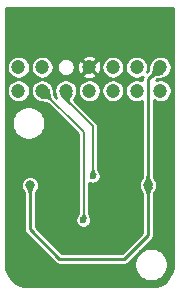
<source format=gbr>
%TF.GenerationSoftware,KiCad,Pcbnew,(5.1.8-0-10_14)*%
%TF.CreationDate,2021-08-04T22:04:29-04:00*%
%TF.ProjectId,MyTPM,4d795450-4d2e-46b6-9963-61645f706362,rev?*%
%TF.SameCoordinates,Original*%
%TF.FileFunction,Copper,L2,Bot*%
%TF.FilePolarity,Positive*%
%FSLAX46Y46*%
G04 Gerber Fmt 4.6, Leading zero omitted, Abs format (unit mm)*
G04 Created by KiCad (PCBNEW (5.1.8-0-10_14)) date 2021-08-04 22:04:29*
%MOMM*%
%LPD*%
G01*
G04 APERTURE LIST*
%TA.AperFunction,ComponentPad*%
%ADD10C,1.200000*%
%TD*%
%TA.AperFunction,ViaPad*%
%ADD11C,0.800000*%
%TD*%
%TA.AperFunction,ViaPad*%
%ADD12C,0.600000*%
%TD*%
%TA.AperFunction,Conductor*%
%ADD13C,0.250000*%
%TD*%
%TA.AperFunction,Conductor*%
%ADD14C,0.150000*%
%TD*%
%TA.AperFunction,Conductor*%
%ADD15C,0.100000*%
%TD*%
%TA.AperFunction,Conductor*%
%ADD16C,0.025400*%
%TD*%
G04 APERTURE END LIST*
D10*
%TO.P,P1,14*%
%TO.N,Net-(P1-Pad14)*%
X144705300Y-67486780D03*
%TO.P,P1,13*%
%TO.N,Net-(P1-Pad13)*%
X146705300Y-67486780D03*
%TO.P,P1,11*%
%TO.N,Net-(C1-Pad2)*%
X150705300Y-67486780D03*
%TO.P,P1,10*%
%TO.N,Net-(P1-Pad10)*%
X152705300Y-67486780D03*
%TO.P,P1,9*%
%TO.N,Net-(P1-Pad9)*%
X154705300Y-67486780D03*
%TO.P,P1,8*%
%TO.N,Net-(C1-Pad1)*%
X156705300Y-67486780D03*
%TO.P,P1,7*%
%TO.N,Net-(P1-Pad7)*%
X144705300Y-69486780D03*
%TO.P,P1,6*%
%TO.N,Net-(P1-Pad6)*%
X146705300Y-69486780D03*
%TO.P,P1,5*%
%TO.N,Net-(P1-Pad5)*%
X148705300Y-69486780D03*
%TO.P,P1,4*%
%TO.N,Net-(P1-Pad4)*%
X150705300Y-69486780D03*
%TO.P,P1,3*%
%TO.N,Net-(P1-Pad3)*%
X152705300Y-69486780D03*
%TO.P,P1,2*%
%TO.N,Net-(P1-Pad2)*%
X154705300Y-69486780D03*
%TO.P,P1,1*%
%TO.N,Net-(P1-Pad1)*%
X156705300Y-69486780D03*
%TD*%
D11*
%TO.N,Net-(C1-Pad2)*%
X156799280Y-63466980D03*
X144734280Y-63466980D03*
X145140680Y-84421980D03*
X157114240Y-74320400D03*
X157114240Y-80662780D03*
X144226280Y-74312780D03*
X144226280Y-80634840D03*
%TO.N,Net-(C1-Pad1)*%
X145676620Y-77487780D03*
X155656280Y-77480162D03*
D12*
%TO.N,Net-(P1-Pad6)*%
X150205440Y-80421480D03*
%TO.N,Net-(P1-Pad5)*%
X150987758Y-76685140D03*
%TD*%
D13*
%TO.N,Net-(C1-Pad1)*%
X156705300Y-67486780D02*
X155711140Y-68480940D01*
X155740100Y-68493640D02*
X155656280Y-68577460D01*
X155656280Y-68577460D02*
X155656280Y-77480162D01*
X155663900Y-77487782D02*
X155656280Y-77480162D01*
X155663900Y-81716880D02*
X155663900Y-77487782D01*
X148148040Y-83715860D02*
X153664920Y-83715860D01*
X145658840Y-81226660D02*
X148148040Y-83715860D01*
X153664920Y-83715860D02*
X155663900Y-81716880D01*
X145658840Y-77505560D02*
X145676620Y-77487780D01*
X145658840Y-78033880D02*
X145658840Y-77505560D01*
X145658840Y-77703680D02*
X145658840Y-78033880D01*
X145658840Y-78033880D02*
X145658840Y-81226660D01*
D14*
%TO.N,Net-(P1-Pad6)*%
X150218961Y-73000441D02*
X150218961Y-79983695D01*
X150205440Y-79997216D02*
X150205440Y-80421480D01*
X146705300Y-69486780D02*
X150218961Y-73000441D01*
X150218961Y-79983695D02*
X150205440Y-79997216D01*
%TO.N,Net-(P1-Pad5)*%
X150987758Y-72489058D02*
X150987758Y-76685140D01*
X148705300Y-70206600D02*
X150987758Y-72489058D01*
X148705300Y-69486780D02*
X148705300Y-70206600D01*
%TO.N,Net-(P1-Pad7)*%
X144705300Y-69486780D02*
X144708880Y-69490360D01*
X144705300Y-69486780D02*
X144706340Y-69486780D01*
%TD*%
D13*
%TO.N,Net-(C1-Pad2)*%
X157788736Y-84150823D02*
X157757477Y-84535736D01*
X157658701Y-84883809D01*
X157494201Y-85206064D01*
X157270238Y-85490231D01*
X156995347Y-85725486D01*
X156679998Y-85902867D01*
X156336201Y-86015616D01*
X155958817Y-86061666D01*
X155930738Y-86061999D01*
X145544106Y-86056612D01*
X145159004Y-86025337D01*
X144810931Y-85926561D01*
X144488676Y-85762061D01*
X144204509Y-85538098D01*
X143969254Y-85263207D01*
X143791873Y-84947858D01*
X143679124Y-84604061D01*
X143633074Y-84226677D01*
X143632739Y-84198448D01*
X143631991Y-77411449D01*
X144901620Y-77411449D01*
X144901620Y-77564111D01*
X144931403Y-77713839D01*
X144989824Y-77854880D01*
X145074638Y-77981814D01*
X145158840Y-78066016D01*
X145158841Y-81202090D01*
X145156421Y-81226660D01*
X145166075Y-81324677D01*
X145177281Y-81361616D01*
X145194666Y-81418927D01*
X145241095Y-81505789D01*
X145303577Y-81581924D01*
X145322659Y-81597584D01*
X147777120Y-84052047D01*
X147792776Y-84071124D01*
X147868911Y-84133606D01*
X147955773Y-84180035D01*
X148050023Y-84208625D01*
X148123480Y-84215860D01*
X148123489Y-84215860D01*
X148148039Y-84218278D01*
X148172589Y-84215860D01*
X153640360Y-84215860D01*
X153664920Y-84218279D01*
X153689480Y-84215860D01*
X153762937Y-84208625D01*
X153857187Y-84180035D01*
X153944049Y-84133606D01*
X154020184Y-84071124D01*
X154024610Y-84065730D01*
X154508140Y-84065730D01*
X154508140Y-84346430D01*
X154562902Y-84621737D01*
X154670321Y-84881071D01*
X154826270Y-85114465D01*
X155024755Y-85312950D01*
X155258149Y-85468899D01*
X155517483Y-85576318D01*
X155792790Y-85631080D01*
X156073490Y-85631080D01*
X156348797Y-85576318D01*
X156608131Y-85468899D01*
X156841525Y-85312950D01*
X157040010Y-85114465D01*
X157195959Y-84881071D01*
X157303378Y-84621737D01*
X157358140Y-84346430D01*
X157358140Y-84065730D01*
X157303378Y-83790423D01*
X157195959Y-83531089D01*
X157040010Y-83297695D01*
X156841525Y-83099210D01*
X156608131Y-82943261D01*
X156348797Y-82835842D01*
X156073490Y-82781080D01*
X155792790Y-82781080D01*
X155517483Y-82835842D01*
X155258149Y-82943261D01*
X155024755Y-83099210D01*
X154826270Y-83297695D01*
X154670321Y-83531089D01*
X154562902Y-83790423D01*
X154508140Y-84065730D01*
X154024610Y-84065730D01*
X154035849Y-84052036D01*
X156000087Y-82087800D01*
X156019164Y-82072144D01*
X156081646Y-81996009D01*
X156128075Y-81909147D01*
X156156665Y-81814897D01*
X156163900Y-81741440D01*
X156163900Y-81741439D01*
X156166319Y-81716880D01*
X156163900Y-81692320D01*
X156163900Y-78284333D01*
X156166337Y-78214515D01*
X156171448Y-78171840D01*
X156177473Y-78144946D01*
X156184138Y-78125481D01*
X156193998Y-78104057D01*
X156211109Y-78073194D01*
X156237791Y-78029021D01*
X156237993Y-78028686D01*
X156270667Y-77974466D01*
X156276591Y-77964278D01*
X156311043Y-77902818D01*
X156319917Y-77886000D01*
X156327748Y-77870202D01*
X156343076Y-77847262D01*
X156401497Y-77706221D01*
X156431280Y-77556493D01*
X156431280Y-77403831D01*
X156401497Y-77254103D01*
X156343076Y-77113062D01*
X156323298Y-77083462D01*
X156312493Y-77062709D01*
X156303109Y-77045767D01*
X156267945Y-76985983D01*
X156261777Y-76975866D01*
X156228461Y-76923112D01*
X156228407Y-76923026D01*
X156201442Y-76880353D01*
X156184619Y-76851288D01*
X156175346Y-76831940D01*
X156169293Y-76814927D01*
X156163666Y-76790705D01*
X156158712Y-76750738D01*
X156156280Y-76683389D01*
X156156280Y-70292560D01*
X156243464Y-70350814D01*
X156420903Y-70424312D01*
X156609271Y-70461780D01*
X156801329Y-70461780D01*
X156989697Y-70424312D01*
X157167136Y-70350814D01*
X157326827Y-70244112D01*
X157462632Y-70108307D01*
X157569334Y-69948616D01*
X157642832Y-69771177D01*
X157680300Y-69582809D01*
X157680300Y-69390751D01*
X157642832Y-69202383D01*
X157569334Y-69024944D01*
X157462632Y-68865253D01*
X157326827Y-68729448D01*
X157167136Y-68622746D01*
X156989697Y-68549248D01*
X156801329Y-68511780D01*
X156609271Y-68511780D01*
X156420903Y-68549248D01*
X156329247Y-68587213D01*
X156349179Y-68572736D01*
X156392658Y-68549182D01*
X156432186Y-68534333D01*
X156480199Y-68522526D01*
X156546497Y-68511547D01*
X156631463Y-68499751D01*
X156639275Y-68498582D01*
X156736154Y-68483046D01*
X156757014Y-68479092D01*
X156863574Y-68455751D01*
X156891716Y-68448433D01*
X156936690Y-68434856D01*
X156989697Y-68424312D01*
X157167136Y-68350814D01*
X157326827Y-68244112D01*
X157462632Y-68108307D01*
X157569334Y-67948616D01*
X157642832Y-67771177D01*
X157680300Y-67582809D01*
X157680300Y-67390751D01*
X157642832Y-67202383D01*
X157569334Y-67024944D01*
X157462632Y-66865253D01*
X157326827Y-66729448D01*
X157167136Y-66622746D01*
X156989697Y-66549248D01*
X156801329Y-66511780D01*
X156609271Y-66511780D01*
X156420903Y-66549248D01*
X156243464Y-66622746D01*
X156083773Y-66729448D01*
X155947968Y-66865253D01*
X155841266Y-67024944D01*
X155767768Y-67202383D01*
X155757226Y-67255383D01*
X155743647Y-67300360D01*
X155736328Y-67328505D01*
X155712987Y-67435065D01*
X155709033Y-67455925D01*
X155693497Y-67552804D01*
X155692328Y-67560616D01*
X155680532Y-67645582D01*
X155669553Y-67711880D01*
X155657746Y-67759893D01*
X155642897Y-67799421D01*
X155619343Y-67842900D01*
X155604869Y-67862827D01*
X155642832Y-67771177D01*
X155680300Y-67582809D01*
X155680300Y-67390751D01*
X155642832Y-67202383D01*
X155569334Y-67024944D01*
X155462632Y-66865253D01*
X155326827Y-66729448D01*
X155167136Y-66622746D01*
X154989697Y-66549248D01*
X154801329Y-66511780D01*
X154609271Y-66511780D01*
X154420903Y-66549248D01*
X154243464Y-66622746D01*
X154083773Y-66729448D01*
X153947968Y-66865253D01*
X153841266Y-67024944D01*
X153767768Y-67202383D01*
X153730300Y-67390751D01*
X153730300Y-67582809D01*
X153767768Y-67771177D01*
X153841266Y-67948616D01*
X153947968Y-68108307D01*
X154083773Y-68244112D01*
X154243464Y-68350814D01*
X154420903Y-68424312D01*
X154609271Y-68461780D01*
X154801329Y-68461780D01*
X154989697Y-68424312D01*
X155167136Y-68350814D01*
X155234563Y-68305761D01*
X155192105Y-68385194D01*
X155183808Y-68412547D01*
X155163515Y-68479443D01*
X155153861Y-68577460D01*
X155156280Y-68602020D01*
X155156280Y-68618249D01*
X154989697Y-68549248D01*
X154801329Y-68511780D01*
X154609271Y-68511780D01*
X154420903Y-68549248D01*
X154243464Y-68622746D01*
X154083773Y-68729448D01*
X153947968Y-68865253D01*
X153841266Y-69024944D01*
X153767768Y-69202383D01*
X153730300Y-69390751D01*
X153730300Y-69582809D01*
X153767768Y-69771177D01*
X153841266Y-69948616D01*
X153947968Y-70108307D01*
X154083773Y-70244112D01*
X154243464Y-70350814D01*
X154420903Y-70424312D01*
X154609271Y-70461780D01*
X154801329Y-70461780D01*
X154989697Y-70424312D01*
X155156280Y-70355311D01*
X155156281Y-76683360D01*
X155153848Y-76750738D01*
X155148893Y-76790705D01*
X155143266Y-76814927D01*
X155137213Y-76831940D01*
X155127940Y-76851288D01*
X155111117Y-76880353D01*
X155084152Y-76923026D01*
X155084098Y-76923112D01*
X155050782Y-76975866D01*
X155044614Y-76985983D01*
X155009450Y-77045767D01*
X155000064Y-77062713D01*
X154989259Y-77083467D01*
X154969484Y-77113062D01*
X154911063Y-77254103D01*
X154881280Y-77403831D01*
X154881280Y-77556493D01*
X154911063Y-77706221D01*
X154969484Y-77847262D01*
X154993201Y-77882757D01*
X155008021Y-77910019D01*
X155017116Y-77925821D01*
X155053343Y-77985368D01*
X155058935Y-77994275D01*
X155092655Y-78046353D01*
X155119399Y-78087972D01*
X155135877Y-78116176D01*
X155144901Y-78134944D01*
X155150868Y-78151744D01*
X155156503Y-78176140D01*
X155161476Y-78216610D01*
X155163901Y-78284499D01*
X155163900Y-81509773D01*
X153457815Y-83215860D01*
X148355147Y-83215860D01*
X146158840Y-81019555D01*
X146158840Y-78097656D01*
X146170654Y-78089762D01*
X146278602Y-77981814D01*
X146363416Y-77854880D01*
X146421837Y-77713839D01*
X146451620Y-77564111D01*
X146451620Y-77411449D01*
X146421837Y-77261721D01*
X146363416Y-77120680D01*
X146278602Y-76993746D01*
X146170654Y-76885798D01*
X146043720Y-76800984D01*
X145902679Y-76742563D01*
X145752951Y-76712780D01*
X145600289Y-76712780D01*
X145450561Y-76742563D01*
X145309520Y-76800984D01*
X145182586Y-76885798D01*
X145074638Y-76993746D01*
X144989824Y-77120680D01*
X144931403Y-77261721D01*
X144901620Y-77411449D01*
X143631991Y-77411449D01*
X143631403Y-72076930D01*
X144132240Y-72076930D01*
X144132240Y-72357630D01*
X144187002Y-72632937D01*
X144294421Y-72892271D01*
X144450370Y-73125665D01*
X144648855Y-73324150D01*
X144882249Y-73480099D01*
X145141583Y-73587518D01*
X145416890Y-73642280D01*
X145697590Y-73642280D01*
X145972897Y-73587518D01*
X146232231Y-73480099D01*
X146465625Y-73324150D01*
X146664110Y-73125665D01*
X146820059Y-72892271D01*
X146927478Y-72632937D01*
X146982240Y-72357630D01*
X146982240Y-72076930D01*
X146927478Y-71801623D01*
X146820059Y-71542289D01*
X146664110Y-71308895D01*
X146465625Y-71110410D01*
X146232231Y-70954461D01*
X145972897Y-70847042D01*
X145697590Y-70792280D01*
X145416890Y-70792280D01*
X145141583Y-70847042D01*
X144882249Y-70954461D01*
X144648855Y-71110410D01*
X144450370Y-71308895D01*
X144294421Y-71542289D01*
X144187002Y-71801623D01*
X144132240Y-72076930D01*
X143631403Y-72076930D01*
X143631106Y-69390751D01*
X143730300Y-69390751D01*
X143730300Y-69582809D01*
X143767768Y-69771177D01*
X143841266Y-69948616D01*
X143947968Y-70108307D01*
X144083773Y-70244112D01*
X144243464Y-70350814D01*
X144420903Y-70424312D01*
X144609271Y-70461780D01*
X144801329Y-70461780D01*
X144989697Y-70424312D01*
X145167136Y-70350814D01*
X145326827Y-70244112D01*
X145462632Y-70108307D01*
X145569334Y-69948616D01*
X145642832Y-69771177D01*
X145680300Y-69582809D01*
X145680300Y-69390751D01*
X145730300Y-69390751D01*
X145730300Y-69582809D01*
X145767768Y-69771177D01*
X145841266Y-69948616D01*
X145947968Y-70108307D01*
X146083773Y-70244112D01*
X146243464Y-70350814D01*
X146420903Y-70424312D01*
X146481921Y-70436449D01*
X146526649Y-70449492D01*
X146562272Y-70458016D01*
X146673075Y-70478869D01*
X146701222Y-70483068D01*
X146802196Y-70494232D01*
X146816015Y-70495501D01*
X146906783Y-70502149D01*
X146978850Y-70508585D01*
X147028464Y-70516813D01*
X147065267Y-70527861D01*
X147103769Y-70546330D01*
X147156416Y-70582412D01*
X147235721Y-70653596D01*
X149768961Y-73186837D01*
X149768962Y-79818305D01*
X149767113Y-79857841D01*
X149765406Y-79868464D01*
X149763118Y-79872213D01*
X149749012Y-79891772D01*
X149724485Y-79923980D01*
X149719681Y-79930430D01*
X149690853Y-79970019D01*
X149678674Y-79987796D01*
X149649288Y-80033449D01*
X149634271Y-80058935D01*
X149627710Y-80071146D01*
X149607263Y-80101748D01*
X149556380Y-80224590D01*
X149530440Y-80354998D01*
X149530440Y-80487962D01*
X149556380Y-80618370D01*
X149607263Y-80741212D01*
X149681133Y-80851767D01*
X149775153Y-80945787D01*
X149885708Y-81019657D01*
X150008550Y-81070540D01*
X150138958Y-81096480D01*
X150271922Y-81096480D01*
X150402330Y-81070540D01*
X150525172Y-81019657D01*
X150635727Y-80945787D01*
X150729747Y-80851767D01*
X150803617Y-80741212D01*
X150854500Y-80618370D01*
X150880440Y-80487962D01*
X150880440Y-80354998D01*
X150854500Y-80224590D01*
X150803617Y-80101748D01*
X150786119Y-80075561D01*
X150779849Y-80063564D01*
X150769720Y-80045428D01*
X150742667Y-79999990D01*
X150735633Y-79988640D01*
X150709947Y-79948797D01*
X150709165Y-79947589D01*
X150689086Y-79916705D01*
X150678651Y-79899284D01*
X150675498Y-79892946D01*
X150674782Y-79891009D01*
X150673159Y-79884273D01*
X150670612Y-79864416D01*
X150668961Y-79820099D01*
X150668961Y-77283704D01*
X150790868Y-77334200D01*
X150921276Y-77360140D01*
X151054240Y-77360140D01*
X151184648Y-77334200D01*
X151307490Y-77283317D01*
X151418045Y-77209447D01*
X151512065Y-77115427D01*
X151585935Y-77004872D01*
X151636818Y-76882030D01*
X151662758Y-76751622D01*
X151662758Y-76618658D01*
X151636818Y-76488250D01*
X151585935Y-76365408D01*
X151566790Y-76336755D01*
X151560597Y-76325093D01*
X151547699Y-76302701D01*
X151519591Y-76257576D01*
X151509663Y-76242463D01*
X151482452Y-76203138D01*
X151479421Y-76198823D01*
X151457084Y-76167493D01*
X151444837Y-76149154D01*
X151442067Y-76144218D01*
X151441672Y-76142780D01*
X151439505Y-76128022D01*
X151437758Y-76087136D01*
X151437758Y-72511152D01*
X151439934Y-72489057D01*
X151437758Y-72466963D01*
X151437758Y-72466953D01*
X151431247Y-72400843D01*
X151405515Y-72316017D01*
X151363730Y-72237843D01*
X151363729Y-72237841D01*
X151321586Y-72186490D01*
X151321582Y-72186486D01*
X151307495Y-72169321D01*
X151290331Y-72155235D01*
X149381196Y-70246101D01*
X149413432Y-70194878D01*
X149461147Y-70122391D01*
X149466056Y-70114733D01*
X149516447Y-70033982D01*
X149528377Y-70013444D01*
X149538247Y-69995142D01*
X149569334Y-69948616D01*
X149642832Y-69771177D01*
X149680300Y-69582809D01*
X149680300Y-69390751D01*
X149730300Y-69390751D01*
X149730300Y-69582809D01*
X149767768Y-69771177D01*
X149841266Y-69948616D01*
X149947968Y-70108307D01*
X150083773Y-70244112D01*
X150243464Y-70350814D01*
X150420903Y-70424312D01*
X150609271Y-70461780D01*
X150801329Y-70461780D01*
X150989697Y-70424312D01*
X151167136Y-70350814D01*
X151326827Y-70244112D01*
X151462632Y-70108307D01*
X151569334Y-69948616D01*
X151642832Y-69771177D01*
X151680300Y-69582809D01*
X151680300Y-69390751D01*
X151730300Y-69390751D01*
X151730300Y-69582809D01*
X151767768Y-69771177D01*
X151841266Y-69948616D01*
X151947968Y-70108307D01*
X152083773Y-70244112D01*
X152243464Y-70350814D01*
X152420903Y-70424312D01*
X152609271Y-70461780D01*
X152801329Y-70461780D01*
X152989697Y-70424312D01*
X153167136Y-70350814D01*
X153326827Y-70244112D01*
X153462632Y-70108307D01*
X153569334Y-69948616D01*
X153642832Y-69771177D01*
X153680300Y-69582809D01*
X153680300Y-69390751D01*
X153642832Y-69202383D01*
X153569334Y-69024944D01*
X153462632Y-68865253D01*
X153326827Y-68729448D01*
X153167136Y-68622746D01*
X152989697Y-68549248D01*
X152801329Y-68511780D01*
X152609271Y-68511780D01*
X152420903Y-68549248D01*
X152243464Y-68622746D01*
X152083773Y-68729448D01*
X151947968Y-68865253D01*
X151841266Y-69024944D01*
X151767768Y-69202383D01*
X151730300Y-69390751D01*
X151680300Y-69390751D01*
X151642832Y-69202383D01*
X151569334Y-69024944D01*
X151462632Y-68865253D01*
X151326827Y-68729448D01*
X151167136Y-68622746D01*
X150989697Y-68549248D01*
X150801329Y-68511780D01*
X150747971Y-68511780D01*
X150891068Y-68499850D01*
X151085139Y-68444142D01*
X151264612Y-68351644D01*
X151290292Y-68334484D01*
X151340545Y-68157380D01*
X150705300Y-67522135D01*
X150070055Y-68157380D01*
X150120308Y-68334484D01*
X150296928Y-68432322D01*
X150489241Y-68493824D01*
X150647228Y-68511780D01*
X150609271Y-68511780D01*
X150420903Y-68549248D01*
X150243464Y-68622746D01*
X150083773Y-68729448D01*
X149947968Y-68865253D01*
X149841266Y-69024944D01*
X149767768Y-69202383D01*
X149730300Y-69390751D01*
X149680300Y-69390751D01*
X149642832Y-69202383D01*
X149569334Y-69024944D01*
X149462632Y-68865253D01*
X149326827Y-68729448D01*
X149167136Y-68622746D01*
X148989697Y-68549248D01*
X148801329Y-68511780D01*
X148609271Y-68511780D01*
X148420903Y-68549248D01*
X148243464Y-68622746D01*
X148083773Y-68729448D01*
X147947968Y-68865253D01*
X147841266Y-69024944D01*
X147767768Y-69202383D01*
X147730300Y-69390751D01*
X147730300Y-69582809D01*
X147767768Y-69771177D01*
X147841266Y-69948616D01*
X147917251Y-70062336D01*
X147872116Y-70017201D01*
X147800932Y-69937896D01*
X147764850Y-69885249D01*
X147746381Y-69846747D01*
X147735333Y-69809944D01*
X147727105Y-69760330D01*
X147720669Y-69688263D01*
X147714021Y-69597495D01*
X147712752Y-69583676D01*
X147701588Y-69482702D01*
X147697389Y-69454555D01*
X147676536Y-69343752D01*
X147668012Y-69308129D01*
X147654969Y-69263401D01*
X147642832Y-69202383D01*
X147569334Y-69024944D01*
X147462632Y-68865253D01*
X147326827Y-68729448D01*
X147167136Y-68622746D01*
X146989697Y-68549248D01*
X146801329Y-68511780D01*
X146609271Y-68511780D01*
X146420903Y-68549248D01*
X146243464Y-68622746D01*
X146083773Y-68729448D01*
X145947968Y-68865253D01*
X145841266Y-69024944D01*
X145767768Y-69202383D01*
X145730300Y-69390751D01*
X145680300Y-69390751D01*
X145642832Y-69202383D01*
X145569334Y-69024944D01*
X145462632Y-68865253D01*
X145326827Y-68729448D01*
X145167136Y-68622746D01*
X144989697Y-68549248D01*
X144801329Y-68511780D01*
X144609271Y-68511780D01*
X144420903Y-68549248D01*
X144243464Y-68622746D01*
X144083773Y-68729448D01*
X143947968Y-68865253D01*
X143841266Y-69024944D01*
X143767768Y-69202383D01*
X143730300Y-69390751D01*
X143631106Y-69390751D01*
X143630886Y-67390751D01*
X143730300Y-67390751D01*
X143730300Y-67582809D01*
X143767768Y-67771177D01*
X143841266Y-67948616D01*
X143947968Y-68108307D01*
X144083773Y-68244112D01*
X144243464Y-68350814D01*
X144420903Y-68424312D01*
X144609271Y-68461780D01*
X144801329Y-68461780D01*
X144989697Y-68424312D01*
X145167136Y-68350814D01*
X145326827Y-68244112D01*
X145462632Y-68108307D01*
X145569334Y-67948616D01*
X145642832Y-67771177D01*
X145680300Y-67582809D01*
X145680300Y-67390751D01*
X145730300Y-67390751D01*
X145730300Y-67582809D01*
X145767768Y-67771177D01*
X145841266Y-67948616D01*
X145947968Y-68108307D01*
X146083773Y-68244112D01*
X146243464Y-68350814D01*
X146420903Y-68424312D01*
X146609271Y-68461780D01*
X146801329Y-68461780D01*
X146989697Y-68424312D01*
X147167136Y-68350814D01*
X147326827Y-68244112D01*
X147462632Y-68108307D01*
X147569334Y-67948616D01*
X147642832Y-67771177D01*
X147680300Y-67582809D01*
X147680300Y-67410449D01*
X147930300Y-67410449D01*
X147930300Y-67563111D01*
X147960083Y-67712839D01*
X148018504Y-67853880D01*
X148103318Y-67980814D01*
X148211266Y-68088762D01*
X148338200Y-68173576D01*
X148479241Y-68231997D01*
X148628969Y-68261780D01*
X148781631Y-68261780D01*
X148931359Y-68231997D01*
X149072400Y-68173576D01*
X149199334Y-68088762D01*
X149307282Y-67980814D01*
X149392096Y-67853880D01*
X149450517Y-67712839D01*
X149480300Y-67563111D01*
X149480300Y-67471337D01*
X149675455Y-67471337D01*
X149692230Y-67672548D01*
X149747938Y-67866619D01*
X149840436Y-68046092D01*
X149857596Y-68071772D01*
X150034700Y-68122025D01*
X150669945Y-67486780D01*
X150740655Y-67486780D01*
X151375900Y-68122025D01*
X151553004Y-68071772D01*
X151650842Y-67895152D01*
X151712344Y-67702839D01*
X151730300Y-67544852D01*
X151730300Y-67582809D01*
X151767768Y-67771177D01*
X151841266Y-67948616D01*
X151947968Y-68108307D01*
X152083773Y-68244112D01*
X152243464Y-68350814D01*
X152420903Y-68424312D01*
X152609271Y-68461780D01*
X152801329Y-68461780D01*
X152989697Y-68424312D01*
X153167136Y-68350814D01*
X153326827Y-68244112D01*
X153462632Y-68108307D01*
X153569334Y-67948616D01*
X153642832Y-67771177D01*
X153680300Y-67582809D01*
X153680300Y-67390751D01*
X153642832Y-67202383D01*
X153569334Y-67024944D01*
X153462632Y-66865253D01*
X153326827Y-66729448D01*
X153167136Y-66622746D01*
X152989697Y-66549248D01*
X152801329Y-66511780D01*
X152609271Y-66511780D01*
X152420903Y-66549248D01*
X152243464Y-66622746D01*
X152083773Y-66729448D01*
X151947968Y-66865253D01*
X151841266Y-67024944D01*
X151767768Y-67202383D01*
X151730300Y-67390751D01*
X151730300Y-67444109D01*
X151718370Y-67301012D01*
X151662662Y-67106941D01*
X151570164Y-66927468D01*
X151553004Y-66901788D01*
X151375900Y-66851535D01*
X150740655Y-67486780D01*
X150669945Y-67486780D01*
X150034700Y-66851535D01*
X149857596Y-66901788D01*
X149759758Y-67078408D01*
X149698256Y-67270721D01*
X149675455Y-67471337D01*
X149480300Y-67471337D01*
X149480300Y-67410449D01*
X149450517Y-67260721D01*
X149392096Y-67119680D01*
X149307282Y-66992746D01*
X149199334Y-66884798D01*
X149096640Y-66816180D01*
X150070055Y-66816180D01*
X150705300Y-67451425D01*
X151340545Y-66816180D01*
X151290292Y-66639076D01*
X151113672Y-66541238D01*
X150921359Y-66479736D01*
X150720743Y-66456935D01*
X150519532Y-66473710D01*
X150325461Y-66529418D01*
X150145988Y-66621916D01*
X150120308Y-66639076D01*
X150070055Y-66816180D01*
X149096640Y-66816180D01*
X149072400Y-66799984D01*
X148931359Y-66741563D01*
X148781631Y-66711780D01*
X148628969Y-66711780D01*
X148479241Y-66741563D01*
X148338200Y-66799984D01*
X148211266Y-66884798D01*
X148103318Y-66992746D01*
X148018504Y-67119680D01*
X147960083Y-67260721D01*
X147930300Y-67410449D01*
X147680300Y-67410449D01*
X147680300Y-67390751D01*
X147642832Y-67202383D01*
X147569334Y-67024944D01*
X147462632Y-66865253D01*
X147326827Y-66729448D01*
X147167136Y-66622746D01*
X146989697Y-66549248D01*
X146801329Y-66511780D01*
X146609271Y-66511780D01*
X146420903Y-66549248D01*
X146243464Y-66622746D01*
X146083773Y-66729448D01*
X145947968Y-66865253D01*
X145841266Y-67024944D01*
X145767768Y-67202383D01*
X145730300Y-67390751D01*
X145680300Y-67390751D01*
X145642832Y-67202383D01*
X145569334Y-67024944D01*
X145462632Y-66865253D01*
X145326827Y-66729448D01*
X145167136Y-66622746D01*
X144989697Y-66549248D01*
X144801329Y-66511780D01*
X144609271Y-66511780D01*
X144420903Y-66549248D01*
X144243464Y-66622746D01*
X144083773Y-66729448D01*
X143947968Y-66865253D01*
X143841266Y-67024944D01*
X143767768Y-67202383D01*
X143730300Y-67390751D01*
X143630886Y-67390751D01*
X143630346Y-62511780D01*
X157780463Y-62511780D01*
X157788736Y-84150823D01*
%TA.AperFunction,Conductor*%
D15*
G36*
X157788736Y-84150823D02*
G01*
X157757477Y-84535736D01*
X157658701Y-84883809D01*
X157494201Y-85206064D01*
X157270238Y-85490231D01*
X156995347Y-85725486D01*
X156679998Y-85902867D01*
X156336201Y-86015616D01*
X155958817Y-86061666D01*
X155930738Y-86061999D01*
X145544106Y-86056612D01*
X145159004Y-86025337D01*
X144810931Y-85926561D01*
X144488676Y-85762061D01*
X144204509Y-85538098D01*
X143969254Y-85263207D01*
X143791873Y-84947858D01*
X143679124Y-84604061D01*
X143633074Y-84226677D01*
X143632739Y-84198448D01*
X143631991Y-77411449D01*
X144901620Y-77411449D01*
X144901620Y-77564111D01*
X144931403Y-77713839D01*
X144989824Y-77854880D01*
X145074638Y-77981814D01*
X145158840Y-78066016D01*
X145158841Y-81202090D01*
X145156421Y-81226660D01*
X145166075Y-81324677D01*
X145177281Y-81361616D01*
X145194666Y-81418927D01*
X145241095Y-81505789D01*
X145303577Y-81581924D01*
X145322659Y-81597584D01*
X147777120Y-84052047D01*
X147792776Y-84071124D01*
X147868911Y-84133606D01*
X147955773Y-84180035D01*
X148050023Y-84208625D01*
X148123480Y-84215860D01*
X148123489Y-84215860D01*
X148148039Y-84218278D01*
X148172589Y-84215860D01*
X153640360Y-84215860D01*
X153664920Y-84218279D01*
X153689480Y-84215860D01*
X153762937Y-84208625D01*
X153857187Y-84180035D01*
X153944049Y-84133606D01*
X154020184Y-84071124D01*
X154024610Y-84065730D01*
X154508140Y-84065730D01*
X154508140Y-84346430D01*
X154562902Y-84621737D01*
X154670321Y-84881071D01*
X154826270Y-85114465D01*
X155024755Y-85312950D01*
X155258149Y-85468899D01*
X155517483Y-85576318D01*
X155792790Y-85631080D01*
X156073490Y-85631080D01*
X156348797Y-85576318D01*
X156608131Y-85468899D01*
X156841525Y-85312950D01*
X157040010Y-85114465D01*
X157195959Y-84881071D01*
X157303378Y-84621737D01*
X157358140Y-84346430D01*
X157358140Y-84065730D01*
X157303378Y-83790423D01*
X157195959Y-83531089D01*
X157040010Y-83297695D01*
X156841525Y-83099210D01*
X156608131Y-82943261D01*
X156348797Y-82835842D01*
X156073490Y-82781080D01*
X155792790Y-82781080D01*
X155517483Y-82835842D01*
X155258149Y-82943261D01*
X155024755Y-83099210D01*
X154826270Y-83297695D01*
X154670321Y-83531089D01*
X154562902Y-83790423D01*
X154508140Y-84065730D01*
X154024610Y-84065730D01*
X154035849Y-84052036D01*
X156000087Y-82087800D01*
X156019164Y-82072144D01*
X156081646Y-81996009D01*
X156128075Y-81909147D01*
X156156665Y-81814897D01*
X156163900Y-81741440D01*
X156163900Y-81741439D01*
X156166319Y-81716880D01*
X156163900Y-81692320D01*
X156163900Y-78284333D01*
X156166337Y-78214515D01*
X156171448Y-78171840D01*
X156177473Y-78144946D01*
X156184138Y-78125481D01*
X156193998Y-78104057D01*
X156211109Y-78073194D01*
X156237791Y-78029021D01*
X156237993Y-78028686D01*
X156270667Y-77974466D01*
X156276591Y-77964278D01*
X156311043Y-77902818D01*
X156319917Y-77886000D01*
X156327748Y-77870202D01*
X156343076Y-77847262D01*
X156401497Y-77706221D01*
X156431280Y-77556493D01*
X156431280Y-77403831D01*
X156401497Y-77254103D01*
X156343076Y-77113062D01*
X156323298Y-77083462D01*
X156312493Y-77062709D01*
X156303109Y-77045767D01*
X156267945Y-76985983D01*
X156261777Y-76975866D01*
X156228461Y-76923112D01*
X156228407Y-76923026D01*
X156201442Y-76880353D01*
X156184619Y-76851288D01*
X156175346Y-76831940D01*
X156169293Y-76814927D01*
X156163666Y-76790705D01*
X156158712Y-76750738D01*
X156156280Y-76683389D01*
X156156280Y-70292560D01*
X156243464Y-70350814D01*
X156420903Y-70424312D01*
X156609271Y-70461780D01*
X156801329Y-70461780D01*
X156989697Y-70424312D01*
X157167136Y-70350814D01*
X157326827Y-70244112D01*
X157462632Y-70108307D01*
X157569334Y-69948616D01*
X157642832Y-69771177D01*
X157680300Y-69582809D01*
X157680300Y-69390751D01*
X157642832Y-69202383D01*
X157569334Y-69024944D01*
X157462632Y-68865253D01*
X157326827Y-68729448D01*
X157167136Y-68622746D01*
X156989697Y-68549248D01*
X156801329Y-68511780D01*
X156609271Y-68511780D01*
X156420903Y-68549248D01*
X156329247Y-68587213D01*
X156349179Y-68572736D01*
X156392658Y-68549182D01*
X156432186Y-68534333D01*
X156480199Y-68522526D01*
X156546497Y-68511547D01*
X156631463Y-68499751D01*
X156639275Y-68498582D01*
X156736154Y-68483046D01*
X156757014Y-68479092D01*
X156863574Y-68455751D01*
X156891716Y-68448433D01*
X156936690Y-68434856D01*
X156989697Y-68424312D01*
X157167136Y-68350814D01*
X157326827Y-68244112D01*
X157462632Y-68108307D01*
X157569334Y-67948616D01*
X157642832Y-67771177D01*
X157680300Y-67582809D01*
X157680300Y-67390751D01*
X157642832Y-67202383D01*
X157569334Y-67024944D01*
X157462632Y-66865253D01*
X157326827Y-66729448D01*
X157167136Y-66622746D01*
X156989697Y-66549248D01*
X156801329Y-66511780D01*
X156609271Y-66511780D01*
X156420903Y-66549248D01*
X156243464Y-66622746D01*
X156083773Y-66729448D01*
X155947968Y-66865253D01*
X155841266Y-67024944D01*
X155767768Y-67202383D01*
X155757226Y-67255383D01*
X155743647Y-67300360D01*
X155736328Y-67328505D01*
X155712987Y-67435065D01*
X155709033Y-67455925D01*
X155693497Y-67552804D01*
X155692328Y-67560616D01*
X155680532Y-67645582D01*
X155669553Y-67711880D01*
X155657746Y-67759893D01*
X155642897Y-67799421D01*
X155619343Y-67842900D01*
X155604869Y-67862827D01*
X155642832Y-67771177D01*
X155680300Y-67582809D01*
X155680300Y-67390751D01*
X155642832Y-67202383D01*
X155569334Y-67024944D01*
X155462632Y-66865253D01*
X155326827Y-66729448D01*
X155167136Y-66622746D01*
X154989697Y-66549248D01*
X154801329Y-66511780D01*
X154609271Y-66511780D01*
X154420903Y-66549248D01*
X154243464Y-66622746D01*
X154083773Y-66729448D01*
X153947968Y-66865253D01*
X153841266Y-67024944D01*
X153767768Y-67202383D01*
X153730300Y-67390751D01*
X153730300Y-67582809D01*
X153767768Y-67771177D01*
X153841266Y-67948616D01*
X153947968Y-68108307D01*
X154083773Y-68244112D01*
X154243464Y-68350814D01*
X154420903Y-68424312D01*
X154609271Y-68461780D01*
X154801329Y-68461780D01*
X154989697Y-68424312D01*
X155167136Y-68350814D01*
X155234563Y-68305761D01*
X155192105Y-68385194D01*
X155183808Y-68412547D01*
X155163515Y-68479443D01*
X155153861Y-68577460D01*
X155156280Y-68602020D01*
X155156280Y-68618249D01*
X154989697Y-68549248D01*
X154801329Y-68511780D01*
X154609271Y-68511780D01*
X154420903Y-68549248D01*
X154243464Y-68622746D01*
X154083773Y-68729448D01*
X153947968Y-68865253D01*
X153841266Y-69024944D01*
X153767768Y-69202383D01*
X153730300Y-69390751D01*
X153730300Y-69582809D01*
X153767768Y-69771177D01*
X153841266Y-69948616D01*
X153947968Y-70108307D01*
X154083773Y-70244112D01*
X154243464Y-70350814D01*
X154420903Y-70424312D01*
X154609271Y-70461780D01*
X154801329Y-70461780D01*
X154989697Y-70424312D01*
X155156280Y-70355311D01*
X155156281Y-76683360D01*
X155153848Y-76750738D01*
X155148893Y-76790705D01*
X155143266Y-76814927D01*
X155137213Y-76831940D01*
X155127940Y-76851288D01*
X155111117Y-76880353D01*
X155084152Y-76923026D01*
X155084098Y-76923112D01*
X155050782Y-76975866D01*
X155044614Y-76985983D01*
X155009450Y-77045767D01*
X155000064Y-77062713D01*
X154989259Y-77083467D01*
X154969484Y-77113062D01*
X154911063Y-77254103D01*
X154881280Y-77403831D01*
X154881280Y-77556493D01*
X154911063Y-77706221D01*
X154969484Y-77847262D01*
X154993201Y-77882757D01*
X155008021Y-77910019D01*
X155017116Y-77925821D01*
X155053343Y-77985368D01*
X155058935Y-77994275D01*
X155092655Y-78046353D01*
X155119399Y-78087972D01*
X155135877Y-78116176D01*
X155144901Y-78134944D01*
X155150868Y-78151744D01*
X155156503Y-78176140D01*
X155161476Y-78216610D01*
X155163901Y-78284499D01*
X155163900Y-81509773D01*
X153457815Y-83215860D01*
X148355147Y-83215860D01*
X146158840Y-81019555D01*
X146158840Y-78097656D01*
X146170654Y-78089762D01*
X146278602Y-77981814D01*
X146363416Y-77854880D01*
X146421837Y-77713839D01*
X146451620Y-77564111D01*
X146451620Y-77411449D01*
X146421837Y-77261721D01*
X146363416Y-77120680D01*
X146278602Y-76993746D01*
X146170654Y-76885798D01*
X146043720Y-76800984D01*
X145902679Y-76742563D01*
X145752951Y-76712780D01*
X145600289Y-76712780D01*
X145450561Y-76742563D01*
X145309520Y-76800984D01*
X145182586Y-76885798D01*
X145074638Y-76993746D01*
X144989824Y-77120680D01*
X144931403Y-77261721D01*
X144901620Y-77411449D01*
X143631991Y-77411449D01*
X143631403Y-72076930D01*
X144132240Y-72076930D01*
X144132240Y-72357630D01*
X144187002Y-72632937D01*
X144294421Y-72892271D01*
X144450370Y-73125665D01*
X144648855Y-73324150D01*
X144882249Y-73480099D01*
X145141583Y-73587518D01*
X145416890Y-73642280D01*
X145697590Y-73642280D01*
X145972897Y-73587518D01*
X146232231Y-73480099D01*
X146465625Y-73324150D01*
X146664110Y-73125665D01*
X146820059Y-72892271D01*
X146927478Y-72632937D01*
X146982240Y-72357630D01*
X146982240Y-72076930D01*
X146927478Y-71801623D01*
X146820059Y-71542289D01*
X146664110Y-71308895D01*
X146465625Y-71110410D01*
X146232231Y-70954461D01*
X145972897Y-70847042D01*
X145697590Y-70792280D01*
X145416890Y-70792280D01*
X145141583Y-70847042D01*
X144882249Y-70954461D01*
X144648855Y-71110410D01*
X144450370Y-71308895D01*
X144294421Y-71542289D01*
X144187002Y-71801623D01*
X144132240Y-72076930D01*
X143631403Y-72076930D01*
X143631106Y-69390751D01*
X143730300Y-69390751D01*
X143730300Y-69582809D01*
X143767768Y-69771177D01*
X143841266Y-69948616D01*
X143947968Y-70108307D01*
X144083773Y-70244112D01*
X144243464Y-70350814D01*
X144420903Y-70424312D01*
X144609271Y-70461780D01*
X144801329Y-70461780D01*
X144989697Y-70424312D01*
X145167136Y-70350814D01*
X145326827Y-70244112D01*
X145462632Y-70108307D01*
X145569334Y-69948616D01*
X145642832Y-69771177D01*
X145680300Y-69582809D01*
X145680300Y-69390751D01*
X145730300Y-69390751D01*
X145730300Y-69582809D01*
X145767768Y-69771177D01*
X145841266Y-69948616D01*
X145947968Y-70108307D01*
X146083773Y-70244112D01*
X146243464Y-70350814D01*
X146420903Y-70424312D01*
X146481921Y-70436449D01*
X146526649Y-70449492D01*
X146562272Y-70458016D01*
X146673075Y-70478869D01*
X146701222Y-70483068D01*
X146802196Y-70494232D01*
X146816015Y-70495501D01*
X146906783Y-70502149D01*
X146978850Y-70508585D01*
X147028464Y-70516813D01*
X147065267Y-70527861D01*
X147103769Y-70546330D01*
X147156416Y-70582412D01*
X147235721Y-70653596D01*
X149768961Y-73186837D01*
X149768962Y-79818305D01*
X149767113Y-79857841D01*
X149765406Y-79868464D01*
X149763118Y-79872213D01*
X149749012Y-79891772D01*
X149724485Y-79923980D01*
X149719681Y-79930430D01*
X149690853Y-79970019D01*
X149678674Y-79987796D01*
X149649288Y-80033449D01*
X149634271Y-80058935D01*
X149627710Y-80071146D01*
X149607263Y-80101748D01*
X149556380Y-80224590D01*
X149530440Y-80354998D01*
X149530440Y-80487962D01*
X149556380Y-80618370D01*
X149607263Y-80741212D01*
X149681133Y-80851767D01*
X149775153Y-80945787D01*
X149885708Y-81019657D01*
X150008550Y-81070540D01*
X150138958Y-81096480D01*
X150271922Y-81096480D01*
X150402330Y-81070540D01*
X150525172Y-81019657D01*
X150635727Y-80945787D01*
X150729747Y-80851767D01*
X150803617Y-80741212D01*
X150854500Y-80618370D01*
X150880440Y-80487962D01*
X150880440Y-80354998D01*
X150854500Y-80224590D01*
X150803617Y-80101748D01*
X150786119Y-80075561D01*
X150779849Y-80063564D01*
X150769720Y-80045428D01*
X150742667Y-79999990D01*
X150735633Y-79988640D01*
X150709947Y-79948797D01*
X150709165Y-79947589D01*
X150689086Y-79916705D01*
X150678651Y-79899284D01*
X150675498Y-79892946D01*
X150674782Y-79891009D01*
X150673159Y-79884273D01*
X150670612Y-79864416D01*
X150668961Y-79820099D01*
X150668961Y-77283704D01*
X150790868Y-77334200D01*
X150921276Y-77360140D01*
X151054240Y-77360140D01*
X151184648Y-77334200D01*
X151307490Y-77283317D01*
X151418045Y-77209447D01*
X151512065Y-77115427D01*
X151585935Y-77004872D01*
X151636818Y-76882030D01*
X151662758Y-76751622D01*
X151662758Y-76618658D01*
X151636818Y-76488250D01*
X151585935Y-76365408D01*
X151566790Y-76336755D01*
X151560597Y-76325093D01*
X151547699Y-76302701D01*
X151519591Y-76257576D01*
X151509663Y-76242463D01*
X151482452Y-76203138D01*
X151479421Y-76198823D01*
X151457084Y-76167493D01*
X151444837Y-76149154D01*
X151442067Y-76144218D01*
X151441672Y-76142780D01*
X151439505Y-76128022D01*
X151437758Y-76087136D01*
X151437758Y-72511152D01*
X151439934Y-72489057D01*
X151437758Y-72466963D01*
X151437758Y-72466953D01*
X151431247Y-72400843D01*
X151405515Y-72316017D01*
X151363730Y-72237843D01*
X151363729Y-72237841D01*
X151321586Y-72186490D01*
X151321582Y-72186486D01*
X151307495Y-72169321D01*
X151290331Y-72155235D01*
X149381196Y-70246101D01*
X149413432Y-70194878D01*
X149461147Y-70122391D01*
X149466056Y-70114733D01*
X149516447Y-70033982D01*
X149528377Y-70013444D01*
X149538247Y-69995142D01*
X149569334Y-69948616D01*
X149642832Y-69771177D01*
X149680300Y-69582809D01*
X149680300Y-69390751D01*
X149730300Y-69390751D01*
X149730300Y-69582809D01*
X149767768Y-69771177D01*
X149841266Y-69948616D01*
X149947968Y-70108307D01*
X150083773Y-70244112D01*
X150243464Y-70350814D01*
X150420903Y-70424312D01*
X150609271Y-70461780D01*
X150801329Y-70461780D01*
X150989697Y-70424312D01*
X151167136Y-70350814D01*
X151326827Y-70244112D01*
X151462632Y-70108307D01*
X151569334Y-69948616D01*
X151642832Y-69771177D01*
X151680300Y-69582809D01*
X151680300Y-69390751D01*
X151730300Y-69390751D01*
X151730300Y-69582809D01*
X151767768Y-69771177D01*
X151841266Y-69948616D01*
X151947968Y-70108307D01*
X152083773Y-70244112D01*
X152243464Y-70350814D01*
X152420903Y-70424312D01*
X152609271Y-70461780D01*
X152801329Y-70461780D01*
X152989697Y-70424312D01*
X153167136Y-70350814D01*
X153326827Y-70244112D01*
X153462632Y-70108307D01*
X153569334Y-69948616D01*
X153642832Y-69771177D01*
X153680300Y-69582809D01*
X153680300Y-69390751D01*
X153642832Y-69202383D01*
X153569334Y-69024944D01*
X153462632Y-68865253D01*
X153326827Y-68729448D01*
X153167136Y-68622746D01*
X152989697Y-68549248D01*
X152801329Y-68511780D01*
X152609271Y-68511780D01*
X152420903Y-68549248D01*
X152243464Y-68622746D01*
X152083773Y-68729448D01*
X151947968Y-68865253D01*
X151841266Y-69024944D01*
X151767768Y-69202383D01*
X151730300Y-69390751D01*
X151680300Y-69390751D01*
X151642832Y-69202383D01*
X151569334Y-69024944D01*
X151462632Y-68865253D01*
X151326827Y-68729448D01*
X151167136Y-68622746D01*
X150989697Y-68549248D01*
X150801329Y-68511780D01*
X150747971Y-68511780D01*
X150891068Y-68499850D01*
X151085139Y-68444142D01*
X151264612Y-68351644D01*
X151290292Y-68334484D01*
X151340545Y-68157380D01*
X150705300Y-67522135D01*
X150070055Y-68157380D01*
X150120308Y-68334484D01*
X150296928Y-68432322D01*
X150489241Y-68493824D01*
X150647228Y-68511780D01*
X150609271Y-68511780D01*
X150420903Y-68549248D01*
X150243464Y-68622746D01*
X150083773Y-68729448D01*
X149947968Y-68865253D01*
X149841266Y-69024944D01*
X149767768Y-69202383D01*
X149730300Y-69390751D01*
X149680300Y-69390751D01*
X149642832Y-69202383D01*
X149569334Y-69024944D01*
X149462632Y-68865253D01*
X149326827Y-68729448D01*
X149167136Y-68622746D01*
X148989697Y-68549248D01*
X148801329Y-68511780D01*
X148609271Y-68511780D01*
X148420903Y-68549248D01*
X148243464Y-68622746D01*
X148083773Y-68729448D01*
X147947968Y-68865253D01*
X147841266Y-69024944D01*
X147767768Y-69202383D01*
X147730300Y-69390751D01*
X147730300Y-69582809D01*
X147767768Y-69771177D01*
X147841266Y-69948616D01*
X147917251Y-70062336D01*
X147872116Y-70017201D01*
X147800932Y-69937896D01*
X147764850Y-69885249D01*
X147746381Y-69846747D01*
X147735333Y-69809944D01*
X147727105Y-69760330D01*
X147720669Y-69688263D01*
X147714021Y-69597495D01*
X147712752Y-69583676D01*
X147701588Y-69482702D01*
X147697389Y-69454555D01*
X147676536Y-69343752D01*
X147668012Y-69308129D01*
X147654969Y-69263401D01*
X147642832Y-69202383D01*
X147569334Y-69024944D01*
X147462632Y-68865253D01*
X147326827Y-68729448D01*
X147167136Y-68622746D01*
X146989697Y-68549248D01*
X146801329Y-68511780D01*
X146609271Y-68511780D01*
X146420903Y-68549248D01*
X146243464Y-68622746D01*
X146083773Y-68729448D01*
X145947968Y-68865253D01*
X145841266Y-69024944D01*
X145767768Y-69202383D01*
X145730300Y-69390751D01*
X145680300Y-69390751D01*
X145642832Y-69202383D01*
X145569334Y-69024944D01*
X145462632Y-68865253D01*
X145326827Y-68729448D01*
X145167136Y-68622746D01*
X144989697Y-68549248D01*
X144801329Y-68511780D01*
X144609271Y-68511780D01*
X144420903Y-68549248D01*
X144243464Y-68622746D01*
X144083773Y-68729448D01*
X143947968Y-68865253D01*
X143841266Y-69024944D01*
X143767768Y-69202383D01*
X143730300Y-69390751D01*
X143631106Y-69390751D01*
X143630886Y-67390751D01*
X143730300Y-67390751D01*
X143730300Y-67582809D01*
X143767768Y-67771177D01*
X143841266Y-67948616D01*
X143947968Y-68108307D01*
X144083773Y-68244112D01*
X144243464Y-68350814D01*
X144420903Y-68424312D01*
X144609271Y-68461780D01*
X144801329Y-68461780D01*
X144989697Y-68424312D01*
X145167136Y-68350814D01*
X145326827Y-68244112D01*
X145462632Y-68108307D01*
X145569334Y-67948616D01*
X145642832Y-67771177D01*
X145680300Y-67582809D01*
X145680300Y-67390751D01*
X145730300Y-67390751D01*
X145730300Y-67582809D01*
X145767768Y-67771177D01*
X145841266Y-67948616D01*
X145947968Y-68108307D01*
X146083773Y-68244112D01*
X146243464Y-68350814D01*
X146420903Y-68424312D01*
X146609271Y-68461780D01*
X146801329Y-68461780D01*
X146989697Y-68424312D01*
X147167136Y-68350814D01*
X147326827Y-68244112D01*
X147462632Y-68108307D01*
X147569334Y-67948616D01*
X147642832Y-67771177D01*
X147680300Y-67582809D01*
X147680300Y-67410449D01*
X147930300Y-67410449D01*
X147930300Y-67563111D01*
X147960083Y-67712839D01*
X148018504Y-67853880D01*
X148103318Y-67980814D01*
X148211266Y-68088762D01*
X148338200Y-68173576D01*
X148479241Y-68231997D01*
X148628969Y-68261780D01*
X148781631Y-68261780D01*
X148931359Y-68231997D01*
X149072400Y-68173576D01*
X149199334Y-68088762D01*
X149307282Y-67980814D01*
X149392096Y-67853880D01*
X149450517Y-67712839D01*
X149480300Y-67563111D01*
X149480300Y-67471337D01*
X149675455Y-67471337D01*
X149692230Y-67672548D01*
X149747938Y-67866619D01*
X149840436Y-68046092D01*
X149857596Y-68071772D01*
X150034700Y-68122025D01*
X150669945Y-67486780D01*
X150740655Y-67486780D01*
X151375900Y-68122025D01*
X151553004Y-68071772D01*
X151650842Y-67895152D01*
X151712344Y-67702839D01*
X151730300Y-67544852D01*
X151730300Y-67582809D01*
X151767768Y-67771177D01*
X151841266Y-67948616D01*
X151947968Y-68108307D01*
X152083773Y-68244112D01*
X152243464Y-68350814D01*
X152420903Y-68424312D01*
X152609271Y-68461780D01*
X152801329Y-68461780D01*
X152989697Y-68424312D01*
X153167136Y-68350814D01*
X153326827Y-68244112D01*
X153462632Y-68108307D01*
X153569334Y-67948616D01*
X153642832Y-67771177D01*
X153680300Y-67582809D01*
X153680300Y-67390751D01*
X153642832Y-67202383D01*
X153569334Y-67024944D01*
X153462632Y-66865253D01*
X153326827Y-66729448D01*
X153167136Y-66622746D01*
X152989697Y-66549248D01*
X152801329Y-66511780D01*
X152609271Y-66511780D01*
X152420903Y-66549248D01*
X152243464Y-66622746D01*
X152083773Y-66729448D01*
X151947968Y-66865253D01*
X151841266Y-67024944D01*
X151767768Y-67202383D01*
X151730300Y-67390751D01*
X151730300Y-67444109D01*
X151718370Y-67301012D01*
X151662662Y-67106941D01*
X151570164Y-66927468D01*
X151553004Y-66901788D01*
X151375900Y-66851535D01*
X150740655Y-67486780D01*
X150669945Y-67486780D01*
X150034700Y-66851535D01*
X149857596Y-66901788D01*
X149759758Y-67078408D01*
X149698256Y-67270721D01*
X149675455Y-67471337D01*
X149480300Y-67471337D01*
X149480300Y-67410449D01*
X149450517Y-67260721D01*
X149392096Y-67119680D01*
X149307282Y-66992746D01*
X149199334Y-66884798D01*
X149096640Y-66816180D01*
X150070055Y-66816180D01*
X150705300Y-67451425D01*
X151340545Y-66816180D01*
X151290292Y-66639076D01*
X151113672Y-66541238D01*
X150921359Y-66479736D01*
X150720743Y-66456935D01*
X150519532Y-66473710D01*
X150325461Y-66529418D01*
X150145988Y-66621916D01*
X150120308Y-66639076D01*
X150070055Y-66816180D01*
X149096640Y-66816180D01*
X149072400Y-66799984D01*
X148931359Y-66741563D01*
X148781631Y-66711780D01*
X148628969Y-66711780D01*
X148479241Y-66741563D01*
X148338200Y-66799984D01*
X148211266Y-66884798D01*
X148103318Y-66992746D01*
X148018504Y-67119680D01*
X147960083Y-67260721D01*
X147930300Y-67410449D01*
X147680300Y-67410449D01*
X147680300Y-67390751D01*
X147642832Y-67202383D01*
X147569334Y-67024944D01*
X147462632Y-66865253D01*
X147326827Y-66729448D01*
X147167136Y-66622746D01*
X146989697Y-66549248D01*
X146801329Y-66511780D01*
X146609271Y-66511780D01*
X146420903Y-66549248D01*
X146243464Y-66622746D01*
X146083773Y-66729448D01*
X145947968Y-66865253D01*
X145841266Y-67024944D01*
X145767768Y-67202383D01*
X145730300Y-67390751D01*
X145680300Y-67390751D01*
X145642832Y-67202383D01*
X145569334Y-67024944D01*
X145462632Y-66865253D01*
X145326827Y-66729448D01*
X145167136Y-66622746D01*
X144989697Y-66549248D01*
X144801329Y-66511780D01*
X144609271Y-66511780D01*
X144420903Y-66549248D01*
X144243464Y-66622746D01*
X144083773Y-66729448D01*
X143947968Y-66865253D01*
X143841266Y-67024944D01*
X143767768Y-67202383D01*
X143730300Y-67390751D01*
X143630886Y-67390751D01*
X143630346Y-62511780D01*
X157780463Y-62511780D01*
X157788736Y-84150823D01*
G37*
%TD.AperFunction*%
%TD*%
D16*
%TO.N,Net-(C1-Pad1)*%
X156889688Y-68044063D02*
X156780140Y-68077135D01*
X156674413Y-68100293D01*
X156577989Y-68115757D01*
X156488328Y-68128204D01*
X156487999Y-68128254D01*
X156402606Y-68142396D01*
X156401648Y-68142592D01*
X156318057Y-68163148D01*
X156316624Y-68163592D01*
X156232210Y-68195301D01*
X156230626Y-68196023D01*
X156142763Y-68243623D01*
X156141350Y-68244514D01*
X156047410Y-68312746D01*
X156046315Y-68313638D01*
X155952636Y-68399069D01*
X155793011Y-68239444D01*
X155878441Y-68145764D01*
X155879333Y-68144669D01*
X155947565Y-68050729D01*
X155948456Y-68049316D01*
X155996056Y-67961453D01*
X155996778Y-67959869D01*
X156028487Y-67875455D01*
X156028931Y-67874022D01*
X156049487Y-67790431D01*
X156049683Y-67789473D01*
X156063825Y-67704080D01*
X156063875Y-67703751D01*
X156076322Y-67614090D01*
X156091786Y-67517666D01*
X156114943Y-67411943D01*
X156148017Y-67302392D01*
X156904476Y-67287604D01*
X156889688Y-68044063D01*
%TA.AperFunction,Conductor*%
D15*
G36*
X156889688Y-68044063D02*
G01*
X156780140Y-68077135D01*
X156674413Y-68100293D01*
X156577989Y-68115757D01*
X156488328Y-68128204D01*
X156487999Y-68128254D01*
X156402606Y-68142396D01*
X156401648Y-68142592D01*
X156318057Y-68163148D01*
X156316624Y-68163592D01*
X156232210Y-68195301D01*
X156230626Y-68196023D01*
X156142763Y-68243623D01*
X156141350Y-68244514D01*
X156047410Y-68312746D01*
X156046315Y-68313638D01*
X155952636Y-68399069D01*
X155793011Y-68239444D01*
X155878441Y-68145764D01*
X155879333Y-68144669D01*
X155947565Y-68050729D01*
X155948456Y-68049316D01*
X155996056Y-67961453D01*
X155996778Y-67959869D01*
X156028487Y-67875455D01*
X156028931Y-67874022D01*
X156049487Y-67790431D01*
X156049683Y-67789473D01*
X156063825Y-67704080D01*
X156063875Y-67703751D01*
X156076322Y-67614090D01*
X156091786Y-67517666D01*
X156114943Y-67411943D01*
X156148017Y-67302392D01*
X156904476Y-67287604D01*
X156889688Y-68044063D01*
G37*
%TD.AperFunction*%
%TD*%
D16*
%TO.N,Net-(C1-Pad1)*%
X155771854Y-76781081D02*
X155771942Y-76782185D01*
X155781334Y-76857946D01*
X155781567Y-76859258D01*
X155796473Y-76923425D01*
X155796879Y-76924808D01*
X155816689Y-76980483D01*
X155817201Y-76981715D01*
X155841303Y-77032003D01*
X155841764Y-77032876D01*
X155869549Y-77080883D01*
X155869805Y-77081305D01*
X155900658Y-77130130D01*
X155933860Y-77182703D01*
X155968762Y-77242042D01*
X156000802Y-77303580D01*
X155656280Y-77661840D01*
X155311758Y-77303580D01*
X155343797Y-77242042D01*
X155378699Y-77182703D01*
X155411899Y-77130133D01*
X155442754Y-77081305D01*
X155443010Y-77080883D01*
X155470795Y-77032876D01*
X155471256Y-77032003D01*
X155495358Y-76981715D01*
X155495870Y-76980483D01*
X155515680Y-76924808D01*
X155516086Y-76923425D01*
X155530992Y-76859258D01*
X155531225Y-76857946D01*
X155540617Y-76782185D01*
X155540705Y-76781081D01*
X155543530Y-76702862D01*
X155769030Y-76702862D01*
X155771854Y-76781081D01*
%TA.AperFunction,Conductor*%
D15*
G36*
X155771854Y-76781081D02*
G01*
X155771942Y-76782185D01*
X155781334Y-76857946D01*
X155781567Y-76859258D01*
X155796473Y-76923425D01*
X155796879Y-76924808D01*
X155816689Y-76980483D01*
X155817201Y-76981715D01*
X155841303Y-77032003D01*
X155841764Y-77032876D01*
X155869549Y-77080883D01*
X155869805Y-77081305D01*
X155900658Y-77130130D01*
X155933860Y-77182703D01*
X155968762Y-77242042D01*
X156000802Y-77303580D01*
X155656280Y-77661840D01*
X155311758Y-77303580D01*
X155343797Y-77242042D01*
X155378699Y-77182703D01*
X155411899Y-77130133D01*
X155442754Y-77081305D01*
X155443010Y-77080883D01*
X155470795Y-77032876D01*
X155471256Y-77032003D01*
X155495358Y-76981715D01*
X155495870Y-76980483D01*
X155515680Y-76924808D01*
X155516086Y-76923425D01*
X155530992Y-76859258D01*
X155531225Y-76857946D01*
X155540617Y-76782185D01*
X155540705Y-76781081D01*
X155543530Y-76702862D01*
X155769030Y-76702862D01*
X155771854Y-76781081D01*
G37*
%TD.AperFunction*%
%TD*%
D16*
%TO.N,Net-(C1-Pad1)*%
X156004126Y-77650116D02*
X155972694Y-77713526D01*
X155938506Y-77774514D01*
X155905934Y-77828566D01*
X155875645Y-77878710D01*
X155875409Y-77879118D01*
X155848113Y-77928352D01*
X155847683Y-77929201D01*
X155823988Y-77980689D01*
X155823510Y-77981884D01*
X155804023Y-78038790D01*
X155803645Y-78040128D01*
X155788973Y-78105617D01*
X155788756Y-78106883D01*
X155779507Y-78184121D01*
X155779425Y-78185188D01*
X155776636Y-78265082D01*
X155551155Y-78265082D01*
X155548349Y-78186535D01*
X155548262Y-78185439D01*
X155538913Y-78109356D01*
X155538682Y-78108047D01*
X155523794Y-78043589D01*
X155523388Y-78042196D01*
X155503526Y-77986274D01*
X155503004Y-77985022D01*
X155478736Y-77934550D01*
X155478256Y-77933646D01*
X155450148Y-77885536D01*
X155449866Y-77885077D01*
X155418485Y-77836243D01*
X155418461Y-77836207D01*
X155384487Y-77783736D01*
X155348497Y-77724579D01*
X155315197Y-77663322D01*
X155652799Y-77298518D01*
X156004126Y-77650116D01*
%TA.AperFunction,Conductor*%
D15*
G36*
X156004126Y-77650116D02*
G01*
X155972694Y-77713526D01*
X155938506Y-77774514D01*
X155905934Y-77828566D01*
X155875645Y-77878710D01*
X155875409Y-77879118D01*
X155848113Y-77928352D01*
X155847683Y-77929201D01*
X155823988Y-77980689D01*
X155823510Y-77981884D01*
X155804023Y-78038790D01*
X155803645Y-78040128D01*
X155788973Y-78105617D01*
X155788756Y-78106883D01*
X155779507Y-78184121D01*
X155779425Y-78185188D01*
X155776636Y-78265082D01*
X155551155Y-78265082D01*
X155548349Y-78186535D01*
X155548262Y-78185439D01*
X155538913Y-78109356D01*
X155538682Y-78108047D01*
X155523794Y-78043589D01*
X155523388Y-78042196D01*
X155503526Y-77986274D01*
X155503004Y-77985022D01*
X155478736Y-77934550D01*
X155478256Y-77933646D01*
X155450148Y-77885536D01*
X155449866Y-77885077D01*
X155418485Y-77836243D01*
X155418461Y-77836207D01*
X155384487Y-77783736D01*
X155348497Y-77724579D01*
X155315197Y-77663322D01*
X155652799Y-77298518D01*
X156004126Y-77650116D01*
G37*
%TD.AperFunction*%
%TD*%
D16*
%TO.N,Net-(C1-Pad1)*%
X145852708Y-77834104D02*
X145851515Y-77834926D01*
X145850044Y-77836109D01*
X145839786Y-77845704D01*
X145838817Y-77846717D01*
X145827850Y-77859519D01*
X145827112Y-77860468D01*
X145815947Y-77876320D01*
X145815339Y-77877269D01*
X145804487Y-77896011D01*
X145803970Y-77897003D01*
X145793945Y-77918477D01*
X145793509Y-77919533D01*
X145784820Y-77943579D01*
X145784468Y-77944717D01*
X145777629Y-77971177D01*
X145777377Y-77972398D01*
X145772898Y-78001112D01*
X145772763Y-78002408D01*
X145771785Y-78021180D01*
X145545999Y-78021180D01*
X145545091Y-78000336D01*
X145544997Y-77999249D01*
X145540978Y-77968385D01*
X145540798Y-77967346D01*
X145534634Y-77938786D01*
X145534378Y-77937793D01*
X145526503Y-77911718D01*
X145526174Y-77910768D01*
X145517026Y-77887357D01*
X145516622Y-77886432D01*
X145506637Y-77865866D01*
X145506140Y-77864943D01*
X145495754Y-77847401D01*
X145495123Y-77846437D01*
X145484772Y-77832099D01*
X145483906Y-77831027D01*
X145474026Y-77820072D01*
X145472671Y-77818776D01*
X145471062Y-77817451D01*
X145683775Y-77323685D01*
X145852708Y-77834104D01*
%TA.AperFunction,Conductor*%
D15*
G36*
X145852708Y-77834104D02*
G01*
X145851515Y-77834926D01*
X145850044Y-77836109D01*
X145839786Y-77845704D01*
X145838817Y-77846717D01*
X145827850Y-77859519D01*
X145827112Y-77860468D01*
X145815947Y-77876320D01*
X145815339Y-77877269D01*
X145804487Y-77896011D01*
X145803970Y-77897003D01*
X145793945Y-77918477D01*
X145793509Y-77919533D01*
X145784820Y-77943579D01*
X145784468Y-77944717D01*
X145777629Y-77971177D01*
X145777377Y-77972398D01*
X145772898Y-78001112D01*
X145772763Y-78002408D01*
X145771785Y-78021180D01*
X145545999Y-78021180D01*
X145545091Y-78000336D01*
X145544997Y-77999249D01*
X145540978Y-77968385D01*
X145540798Y-77967346D01*
X145534634Y-77938786D01*
X145534378Y-77937793D01*
X145526503Y-77911718D01*
X145526174Y-77910768D01*
X145517026Y-77887357D01*
X145516622Y-77886432D01*
X145506637Y-77865866D01*
X145506140Y-77864943D01*
X145495754Y-77847401D01*
X145495123Y-77846437D01*
X145484772Y-77832099D01*
X145483906Y-77831027D01*
X145474026Y-77820072D01*
X145472671Y-77818776D01*
X145471062Y-77817451D01*
X145683775Y-77323685D01*
X145852708Y-77834104D01*
G37*
%TD.AperFunction*%
%TD*%
D16*
%TO.N,Net-(C1-Pad1)*%
X145853752Y-77833530D02*
X145852442Y-77834432D01*
X145851002Y-77835586D01*
X145840600Y-77845242D01*
X145839636Y-77846240D01*
X145828523Y-77859083D01*
X145827781Y-77860028D01*
X145816476Y-77875909D01*
X145815861Y-77876859D01*
X145804878Y-77895625D01*
X145804353Y-77896621D01*
X145794210Y-77918122D01*
X145793765Y-77919188D01*
X145784977Y-77943273D01*
X145784619Y-77944421D01*
X145777703Y-77970940D01*
X145777446Y-77972173D01*
X145772918Y-78000975D01*
X145772781Y-78002281D01*
X145771789Y-78021180D01*
X145545994Y-78021180D01*
X145545071Y-78000187D01*
X145544975Y-77999089D01*
X145540901Y-77968119D01*
X145540717Y-77967067D01*
X145534467Y-77938432D01*
X145534205Y-77937428D01*
X145526220Y-77911298D01*
X145525884Y-77910339D01*
X145516607Y-77886886D01*
X145516194Y-77885954D01*
X145506065Y-77865349D01*
X145505562Y-77864425D01*
X145495025Y-77846838D01*
X145494390Y-77845879D01*
X145483885Y-77831482D01*
X145483024Y-77830426D01*
X145472994Y-77819390D01*
X145471669Y-77818128D01*
X145469941Y-77816705D01*
X145683817Y-77323482D01*
X145853752Y-77833530D01*
%TA.AperFunction,Conductor*%
D15*
G36*
X145853752Y-77833530D02*
G01*
X145852442Y-77834432D01*
X145851002Y-77835586D01*
X145840600Y-77845242D01*
X145839636Y-77846240D01*
X145828523Y-77859083D01*
X145827781Y-77860028D01*
X145816476Y-77875909D01*
X145815861Y-77876859D01*
X145804878Y-77895625D01*
X145804353Y-77896621D01*
X145794210Y-77918122D01*
X145793765Y-77919188D01*
X145784977Y-77943273D01*
X145784619Y-77944421D01*
X145777703Y-77970940D01*
X145777446Y-77972173D01*
X145772918Y-78000975D01*
X145772781Y-78002281D01*
X145771789Y-78021180D01*
X145545994Y-78021180D01*
X145545071Y-78000187D01*
X145544975Y-77999089D01*
X145540901Y-77968119D01*
X145540717Y-77967067D01*
X145534467Y-77938432D01*
X145534205Y-77937428D01*
X145526220Y-77911298D01*
X145525884Y-77910339D01*
X145516607Y-77886886D01*
X145516194Y-77885954D01*
X145506065Y-77865349D01*
X145505562Y-77864425D01*
X145495025Y-77846838D01*
X145494390Y-77845879D01*
X145483885Y-77831482D01*
X145483024Y-77830426D01*
X145472994Y-77819390D01*
X145471669Y-77818128D01*
X145469941Y-77816705D01*
X145683817Y-77323482D01*
X145853752Y-77833530D01*
G37*
%TD.AperFunction*%
%TD*%
D16*
%TO.N,Net-(P1-Pad6)*%
X150283812Y-79895786D02*
X150283906Y-79896929D01*
X150291209Y-79953868D01*
X150291459Y-79955227D01*
X150303039Y-80003285D01*
X150303474Y-80004713D01*
X150318845Y-80046303D01*
X150319387Y-80047558D01*
X150338064Y-80085093D01*
X150338539Y-80085961D01*
X150360037Y-80121852D01*
X150360284Y-80122248D01*
X150384119Y-80158910D01*
X150409656Y-80198522D01*
X150436413Y-80243462D01*
X150459952Y-80288498D01*
X150205440Y-80553158D01*
X149951005Y-80288578D01*
X149975565Y-80242865D01*
X150004476Y-80197950D01*
X150033027Y-80158741D01*
X150060425Y-80122764D01*
X150060622Y-80122499D01*
X150086009Y-80087296D01*
X150086549Y-80086483D01*
X150109057Y-80049603D01*
X150109761Y-80048278D01*
X150128613Y-80007139D01*
X150129230Y-80005505D01*
X150143654Y-79957528D01*
X150144031Y-79955886D01*
X150153254Y-79898491D01*
X150153401Y-79897069D01*
X150156081Y-79839781D01*
X150281726Y-79839781D01*
X150283812Y-79895786D01*
%TA.AperFunction,Conductor*%
D15*
G36*
X150283812Y-79895786D02*
G01*
X150283906Y-79896929D01*
X150291209Y-79953868D01*
X150291459Y-79955227D01*
X150303039Y-80003285D01*
X150303474Y-80004713D01*
X150318845Y-80046303D01*
X150319387Y-80047558D01*
X150338064Y-80085093D01*
X150338539Y-80085961D01*
X150360037Y-80121852D01*
X150360284Y-80122248D01*
X150384119Y-80158910D01*
X150409656Y-80198522D01*
X150436413Y-80243462D01*
X150459952Y-80288498D01*
X150205440Y-80553158D01*
X149951005Y-80288578D01*
X149975565Y-80242865D01*
X150004476Y-80197950D01*
X150033027Y-80158741D01*
X150060425Y-80122764D01*
X150060622Y-80122499D01*
X150086009Y-80087296D01*
X150086549Y-80086483D01*
X150109057Y-80049603D01*
X150109761Y-80048278D01*
X150128613Y-80007139D01*
X150129230Y-80005505D01*
X150143654Y-79957528D01*
X150144031Y-79955886D01*
X150153254Y-79898491D01*
X150153401Y-79897069D01*
X150156081Y-79839781D01*
X150281726Y-79839781D01*
X150283812Y-79895786D01*
G37*
%TD.AperFunction*%
%TD*%
D16*
%TO.N,Net-(P1-Pad6)*%
X147262491Y-69302391D02*
X147295639Y-69416064D01*
X147316289Y-69525789D01*
X147327374Y-69626048D01*
X147334223Y-69719563D01*
X147334239Y-69719765D01*
X147342199Y-69808893D01*
X147342320Y-69809841D01*
X147356767Y-69896951D01*
X147357132Y-69898524D01*
X147383457Y-69986220D01*
X147384170Y-69988062D01*
X147427766Y-70078946D01*
X147428741Y-70080633D01*
X147495000Y-70177310D01*
X147496025Y-70178613D01*
X147582301Y-70274733D01*
X147493253Y-70363781D01*
X147397133Y-70277505D01*
X147395830Y-70276480D01*
X147299153Y-70210221D01*
X147297466Y-70209246D01*
X147206582Y-70165650D01*
X147204740Y-70164937D01*
X147117044Y-70138612D01*
X147115471Y-70138247D01*
X147028361Y-70123800D01*
X147027413Y-70123679D01*
X146938285Y-70115719D01*
X146938083Y-70115703D01*
X146844568Y-70108854D01*
X146744309Y-70097769D01*
X146634584Y-70077119D01*
X146520911Y-70043971D01*
X146506124Y-69287604D01*
X147262491Y-69302391D01*
%TA.AperFunction,Conductor*%
D15*
G36*
X147262491Y-69302391D02*
G01*
X147295639Y-69416064D01*
X147316289Y-69525789D01*
X147327374Y-69626048D01*
X147334223Y-69719563D01*
X147334239Y-69719765D01*
X147342199Y-69808893D01*
X147342320Y-69809841D01*
X147356767Y-69896951D01*
X147357132Y-69898524D01*
X147383457Y-69986220D01*
X147384170Y-69988062D01*
X147427766Y-70078946D01*
X147428741Y-70080633D01*
X147495000Y-70177310D01*
X147496025Y-70178613D01*
X147582301Y-70274733D01*
X147493253Y-70363781D01*
X147397133Y-70277505D01*
X147395830Y-70276480D01*
X147299153Y-70210221D01*
X147297466Y-70209246D01*
X147206582Y-70165650D01*
X147204740Y-70164937D01*
X147117044Y-70138612D01*
X147115471Y-70138247D01*
X147028361Y-70123800D01*
X147027413Y-70123679D01*
X146938285Y-70115719D01*
X146938083Y-70115703D01*
X146844568Y-70108854D01*
X146744309Y-70097769D01*
X146634584Y-70077119D01*
X146520911Y-70043971D01*
X146506124Y-69287604D01*
X147262491Y-69302391D01*
G37*
%TD.AperFunction*%
%TD*%
D16*
%TO.N,Net-(P1-Pad5)*%
X151052985Y-76163905D02*
X151053108Y-76165208D01*
X151061426Y-76221858D01*
X151061745Y-76223380D01*
X151074821Y-76270937D01*
X151075357Y-76272486D01*
X151092547Y-76313434D01*
X151093182Y-76314733D01*
X151113843Y-76351552D01*
X151114357Y-76352390D01*
X151137846Y-76387563D01*
X151138066Y-76387883D01*
X151163694Y-76423830D01*
X151190669Y-76462813D01*
X151218388Y-76507313D01*
X151242226Y-76552204D01*
X150987758Y-76816818D01*
X150733290Y-76552204D01*
X150757127Y-76507313D01*
X150784846Y-76462813D01*
X150811821Y-76423830D01*
X150837449Y-76387883D01*
X150837669Y-76387563D01*
X150861158Y-76352390D01*
X150861672Y-76351552D01*
X150882333Y-76314733D01*
X150882968Y-76313434D01*
X150900158Y-76272486D01*
X150900694Y-76270937D01*
X150913770Y-76223380D01*
X150914089Y-76221858D01*
X150922407Y-76165208D01*
X150922530Y-76163905D01*
X150924926Y-76107840D01*
X151050589Y-76107840D01*
X151052985Y-76163905D01*
%TA.AperFunction,Conductor*%
D15*
G36*
X151052985Y-76163905D02*
G01*
X151053108Y-76165208D01*
X151061426Y-76221858D01*
X151061745Y-76223380D01*
X151074821Y-76270937D01*
X151075357Y-76272486D01*
X151092547Y-76313434D01*
X151093182Y-76314733D01*
X151113843Y-76351552D01*
X151114357Y-76352390D01*
X151137846Y-76387563D01*
X151138066Y-76387883D01*
X151163694Y-76423830D01*
X151190669Y-76462813D01*
X151218388Y-76507313D01*
X151242226Y-76552204D01*
X150987758Y-76816818D01*
X150733290Y-76552204D01*
X150757127Y-76507313D01*
X150784846Y-76462813D01*
X150811821Y-76423830D01*
X150837449Y-76387883D01*
X150837669Y-76387563D01*
X150861158Y-76352390D01*
X150861672Y-76351552D01*
X150882333Y-76314733D01*
X150882968Y-76313434D01*
X150900158Y-76272486D01*
X150900694Y-76270937D01*
X150913770Y-76223380D01*
X150914089Y-76221858D01*
X150922407Y-76165208D01*
X150922530Y-76163905D01*
X150924926Y-76107840D01*
X151050589Y-76107840D01*
X151052985Y-76163905D01*
G37*
%TD.AperFunction*%
%TD*%
D16*
%TO.N,Net-(P1-Pad5)*%
X149229725Y-69750439D02*
X149187320Y-69829076D01*
X149137238Y-69909332D01*
X149087479Y-69984923D01*
X149087338Y-69985142D01*
X149042032Y-70057135D01*
X149041554Y-70057962D01*
X149004735Y-70127589D01*
X149003995Y-70129275D01*
X148979626Y-70197876D01*
X148978977Y-70200670D01*
X148971020Y-70269587D01*
X148971128Y-70273245D01*
X148983547Y-70343820D01*
X148984694Y-70347295D01*
X149021451Y-70420868D01*
X149023064Y-70423332D01*
X149080682Y-70492334D01*
X148991776Y-70581240D01*
X148904224Y-70494263D01*
X148904157Y-70494198D01*
X148822197Y-70413959D01*
X148822128Y-70413891D01*
X148751396Y-70345695D01*
X148751333Y-70345635D01*
X148688487Y-70285868D01*
X148688446Y-70285829D01*
X148630141Y-70230875D01*
X148630135Y-70230870D01*
X148573061Y-70177146D01*
X148573062Y-70177145D01*
X148513813Y-70120976D01*
X148449138Y-70058834D01*
X148375721Y-69987134D01*
X148296971Y-69908966D01*
X148707777Y-69207677D01*
X149229725Y-69750439D01*
%TA.AperFunction,Conductor*%
D15*
G36*
X149229725Y-69750439D02*
G01*
X149187320Y-69829076D01*
X149137238Y-69909332D01*
X149087479Y-69984923D01*
X149087338Y-69985142D01*
X149042032Y-70057135D01*
X149041554Y-70057962D01*
X149004735Y-70127589D01*
X149003995Y-70129275D01*
X148979626Y-70197876D01*
X148978977Y-70200670D01*
X148971020Y-70269587D01*
X148971128Y-70273245D01*
X148983547Y-70343820D01*
X148984694Y-70347295D01*
X149021451Y-70420868D01*
X149023064Y-70423332D01*
X149080682Y-70492334D01*
X148991776Y-70581240D01*
X148904224Y-70494263D01*
X148904157Y-70494198D01*
X148822197Y-70413959D01*
X148822128Y-70413891D01*
X148751396Y-70345695D01*
X148751333Y-70345635D01*
X148688487Y-70285868D01*
X148688446Y-70285829D01*
X148630141Y-70230875D01*
X148630135Y-70230870D01*
X148573061Y-70177146D01*
X148573062Y-70177145D01*
X148513813Y-70120976D01*
X148449138Y-70058834D01*
X148375721Y-69987134D01*
X148296971Y-69908966D01*
X148707777Y-69207677D01*
X149229725Y-69750439D01*
G37*
%TD.AperFunction*%
%TD*%
M02*

</source>
